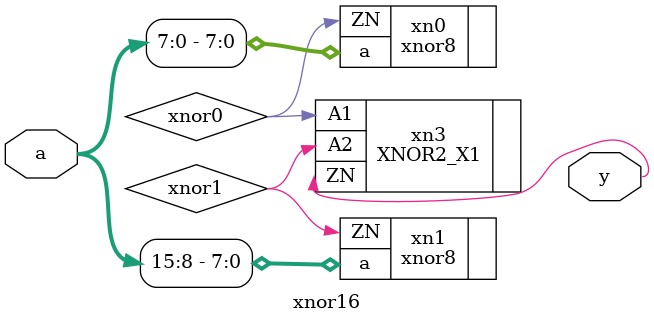
<source format=v>

`ifndef XNOR16_V
`define XNOR16_V
`include "misc/xnor/xnor8.v"

module xnor16 (
    input wire [15:0] a,
    output wire y
);
    wire xnor0;
    wire xnor1;

    xnor8 xn0(.a(a[0:7]), .ZN(xnor0));
    xnor8 xn1(.a(a[8:15]), .ZN(xnor1));

    XNOR2_X1 xn3(.A1(xnor0), .A2(xnor1), .ZN(y));

endmodule

`endif

</source>
